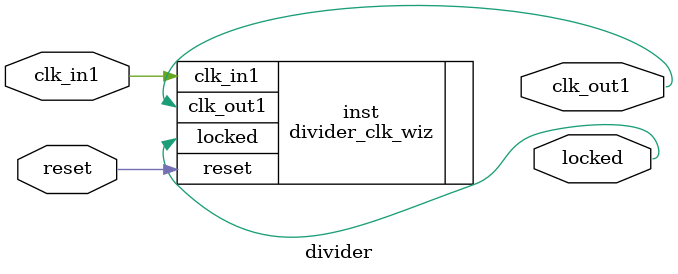
<source format=v>


`timescale 1ps/1ps

(* CORE_GENERATION_INFO = "divider,clk_wiz_v5_3_1,{component_name=divider,use_phase_alignment=true,use_min_o_jitter=false,use_max_i_jitter=false,use_dyn_phase_shift=false,use_inclk_switchover=false,use_dyn_reconfig=false,enable_axi=0,feedback_source=FDBK_AUTO,PRIMITIVE=MMCM,num_out_clk=1,clkin1_period=10.0,clkin2_period=10.0,use_power_down=false,use_reset=true,use_locked=true,use_inclk_stopped=false,feedback_type=SINGLE,CLOCK_MGR_TYPE=NA,manual_override=false}" *)

module divider 
 (
 // Clock in ports
  input         clk_in1,
  // Clock out ports
  output        clk_out1,
  // Status and control signals
  input         reset,
  output        locked
 );

  divider_clk_wiz inst
  (
 // Clock in ports
  .clk_in1(clk_in1),
  // Clock out ports  
  .clk_out1(clk_out1),
  // Status and control signals               
  .reset(reset), 
  .locked(locked)            
  );

endmodule

</source>
